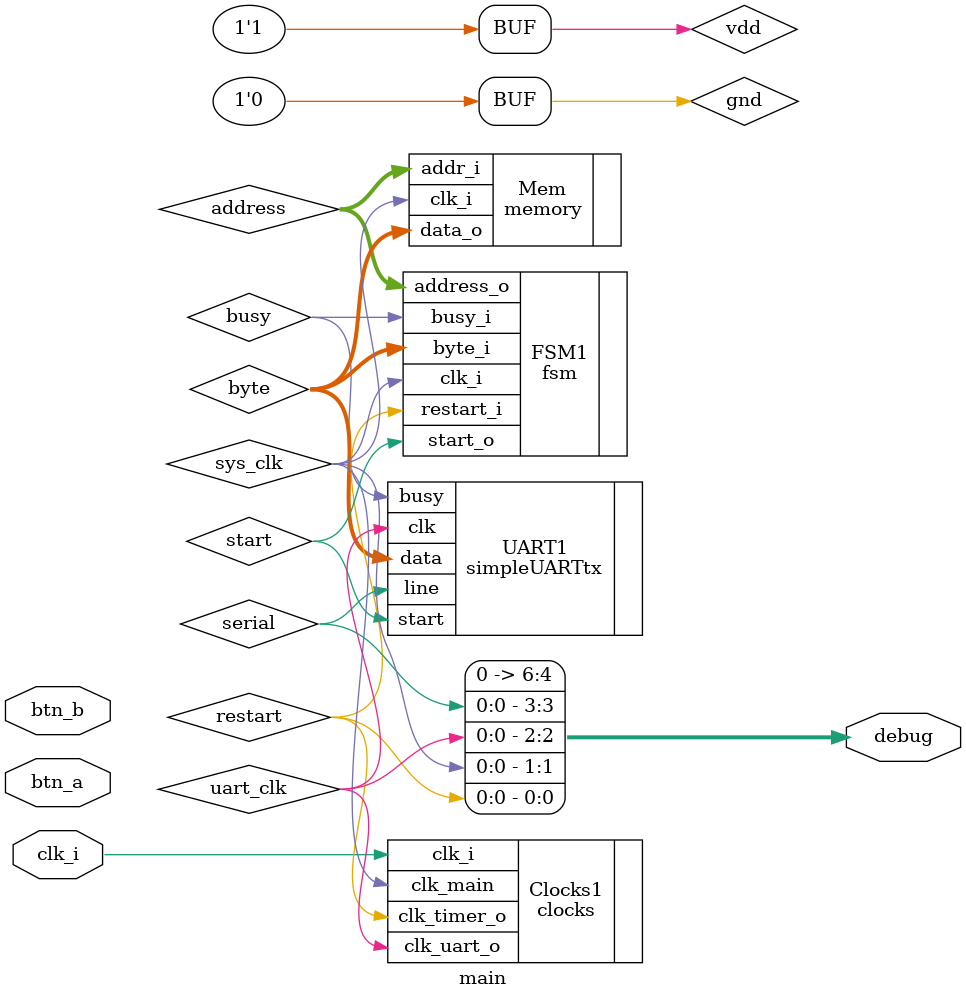
<source format=v>
/*
 Now with a FSM. Send null-terminated string.

 Main top-level module

    PIN
    35  clock 24Mhz
    14  btn_b
    15  btn_a

 Logic ann. config for debug:
    45  Ch0  debug[0]
    11  Ch1  debug[1]
    44  Ch2  debug[2]
    43  Ch4  debug[3]
    10  Ch5  debug[4]
    42  Ch6  debug[5]
    46  Ch7  debug[6]
*/
module main (
    input btn_a,
    input btn_b,
    input clk_i,
    output [6:0] debug
);

    wire sys_clk;  // main clock
    wire restart;  // timer clock
    wire uart_clk; // uart speed clock

    wire gnd = 1'b0;
    wire vdd = 1'b1;

    clocks Clocks1(
    .clk_i(clk_i),
    .clk_main(sys_clk),
    .clk_uart_o(uart_clk),
    .clk_timer_o(restart)
    );

    wire busy;
    wire start;
    wire [3:0] address;
    wire [7:0] byte;


    memory Mem(
        .clk_i(sys_clk),
        .addr_i(address),
        .data_o(byte)
    );


//    Gowin_pROM Mem(
//        .dout(byte),   // [7:0] dout
//        .clk(sys_clk), // clk
//        .oce(vdd),     // output enable
//        .ce(vdd),      // chip enable
//        .reset(gnd),   // reset
//        .ad(address)   // [3:0] address
//    );

    simpleUARTtx UART1 (
        .data(byte),
        .start(start),
        .clk(uart_clk),
        .busy(busy),
        .line(serial)
    );

    fsm FSM1 (
        .clk_i(sys_clk),
        .restart_i(restart),
        .byte_i(byte),
        .busy_i(busy),
        .start_o(start),
        .address_o(address)
    );

   
    assign debug[0] = restart;
    assign debug[1] = sys_clk;
    assign debug[2] = uart_clk;
    assign debug[3] = serial;
    assign debug[4] = 0;
    assign debug[5] = 0;
    assign debug[6] = 0;

endmodule

</source>
